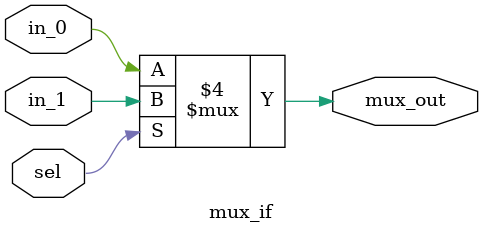
<source format=v>
module  mux_if(input in_0, in_1, sel, output mux_out);

reg  mux_out;

always @ (sel or in_0 or in_1)
	begin : MUX
		if (sel == 1'b0)
			begin
				mux_out = in_0;
			end
		else
			begin
				mux_out = in_1 ;
			end
	end
endmodule

</source>
